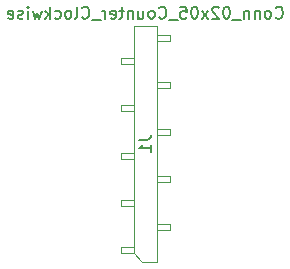
<source format=gbr>
G04 #@! TF.FileFunction,Other,Fab,Bot*
%FSLAX46Y46*%
G04 Gerber Fmt 4.6, Leading zero omitted, Abs format (unit mm)*
G04 Created by KiCad (PCBNEW 4.0.7-e2-6376~58~ubuntu14.04.1) date Fri Feb 16 13:10:18 2018*
%MOMM*%
%LPD*%
G01*
G04 APERTURE LIST*
%ADD10C,0.100000*%
%ADD11C,0.150000*%
G04 APERTURE END LIST*
D10*
X77825000Y-92500000D02*
X75825000Y-92500000D01*
X76575000Y-112500000D02*
X77825000Y-112500000D01*
X75825000Y-92500000D02*
X75825000Y-111750000D01*
X75825000Y-111750000D02*
X76575000Y-112500000D01*
X77825000Y-112500000D02*
X77825000Y-92500000D01*
X75825000Y-111750000D02*
X74725000Y-111750000D01*
X74725000Y-111750000D02*
X74725000Y-111250000D01*
X74725000Y-111250000D02*
X75825000Y-111250000D01*
X75825000Y-107750000D02*
X74725000Y-107750000D01*
X74725000Y-107750000D02*
X74725000Y-107250000D01*
X74725000Y-107250000D02*
X75825000Y-107250000D01*
X75825000Y-103750000D02*
X74725000Y-103750000D01*
X74725000Y-103750000D02*
X74725000Y-103250000D01*
X74725000Y-103250000D02*
X75825000Y-103250000D01*
X75825000Y-99750000D02*
X74725000Y-99750000D01*
X74725000Y-99750000D02*
X74725000Y-99250000D01*
X74725000Y-99250000D02*
X75825000Y-99250000D01*
X75825000Y-95750000D02*
X74725000Y-95750000D01*
X74725000Y-95750000D02*
X74725000Y-95250000D01*
X74725000Y-95250000D02*
X75825000Y-95250000D01*
X77825000Y-109750000D02*
X78925000Y-109750000D01*
X78925000Y-109750000D02*
X78925000Y-109250000D01*
X78925000Y-109250000D02*
X77825000Y-109250000D01*
X77825000Y-105750000D02*
X78925000Y-105750000D01*
X78925000Y-105750000D02*
X78925000Y-105250000D01*
X78925000Y-105250000D02*
X77825000Y-105250000D01*
X77825000Y-101750000D02*
X78925000Y-101750000D01*
X78925000Y-101750000D02*
X78925000Y-101250000D01*
X78925000Y-101250000D02*
X77825000Y-101250000D01*
X77825000Y-97750000D02*
X78925000Y-97750000D01*
X78925000Y-97750000D02*
X78925000Y-97250000D01*
X78925000Y-97250000D02*
X77825000Y-97250000D01*
X77825000Y-93750000D02*
X78925000Y-93750000D01*
X78925000Y-93750000D02*
X78925000Y-93250000D01*
X78925000Y-93250000D02*
X77825000Y-93250000D01*
D11*
X87848811Y-91797143D02*
X87896430Y-91844762D01*
X88039287Y-91892381D01*
X88134525Y-91892381D01*
X88277383Y-91844762D01*
X88372621Y-91749524D01*
X88420240Y-91654286D01*
X88467859Y-91463810D01*
X88467859Y-91320952D01*
X88420240Y-91130476D01*
X88372621Y-91035238D01*
X88277383Y-90940000D01*
X88134525Y-90892381D01*
X88039287Y-90892381D01*
X87896430Y-90940000D01*
X87848811Y-90987619D01*
X87277383Y-91892381D02*
X87372621Y-91844762D01*
X87420240Y-91797143D01*
X87467859Y-91701905D01*
X87467859Y-91416190D01*
X87420240Y-91320952D01*
X87372621Y-91273333D01*
X87277383Y-91225714D01*
X87134525Y-91225714D01*
X87039287Y-91273333D01*
X86991668Y-91320952D01*
X86944049Y-91416190D01*
X86944049Y-91701905D01*
X86991668Y-91797143D01*
X87039287Y-91844762D01*
X87134525Y-91892381D01*
X87277383Y-91892381D01*
X86515478Y-91225714D02*
X86515478Y-91892381D01*
X86515478Y-91320952D02*
X86467859Y-91273333D01*
X86372621Y-91225714D01*
X86229763Y-91225714D01*
X86134525Y-91273333D01*
X86086906Y-91368571D01*
X86086906Y-91892381D01*
X85610716Y-91225714D02*
X85610716Y-91892381D01*
X85610716Y-91320952D02*
X85563097Y-91273333D01*
X85467859Y-91225714D01*
X85325001Y-91225714D01*
X85229763Y-91273333D01*
X85182144Y-91368571D01*
X85182144Y-91892381D01*
X84944049Y-91987619D02*
X84182144Y-91987619D01*
X83753573Y-90892381D02*
X83658334Y-90892381D01*
X83563096Y-90940000D01*
X83515477Y-90987619D01*
X83467858Y-91082857D01*
X83420239Y-91273333D01*
X83420239Y-91511429D01*
X83467858Y-91701905D01*
X83515477Y-91797143D01*
X83563096Y-91844762D01*
X83658334Y-91892381D01*
X83753573Y-91892381D01*
X83848811Y-91844762D01*
X83896430Y-91797143D01*
X83944049Y-91701905D01*
X83991668Y-91511429D01*
X83991668Y-91273333D01*
X83944049Y-91082857D01*
X83896430Y-90987619D01*
X83848811Y-90940000D01*
X83753573Y-90892381D01*
X83039287Y-90987619D02*
X82991668Y-90940000D01*
X82896430Y-90892381D01*
X82658334Y-90892381D01*
X82563096Y-90940000D01*
X82515477Y-90987619D01*
X82467858Y-91082857D01*
X82467858Y-91178095D01*
X82515477Y-91320952D01*
X83086906Y-91892381D01*
X82467858Y-91892381D01*
X82134525Y-91892381D02*
X81610715Y-91225714D01*
X82134525Y-91225714D02*
X81610715Y-91892381D01*
X81039287Y-90892381D02*
X80944048Y-90892381D01*
X80848810Y-90940000D01*
X80801191Y-90987619D01*
X80753572Y-91082857D01*
X80705953Y-91273333D01*
X80705953Y-91511429D01*
X80753572Y-91701905D01*
X80801191Y-91797143D01*
X80848810Y-91844762D01*
X80944048Y-91892381D01*
X81039287Y-91892381D01*
X81134525Y-91844762D01*
X81182144Y-91797143D01*
X81229763Y-91701905D01*
X81277382Y-91511429D01*
X81277382Y-91273333D01*
X81229763Y-91082857D01*
X81182144Y-90987619D01*
X81134525Y-90940000D01*
X81039287Y-90892381D01*
X79801191Y-90892381D02*
X80277382Y-90892381D01*
X80325001Y-91368571D01*
X80277382Y-91320952D01*
X80182144Y-91273333D01*
X79944048Y-91273333D01*
X79848810Y-91320952D01*
X79801191Y-91368571D01*
X79753572Y-91463810D01*
X79753572Y-91701905D01*
X79801191Y-91797143D01*
X79848810Y-91844762D01*
X79944048Y-91892381D01*
X80182144Y-91892381D01*
X80277382Y-91844762D01*
X80325001Y-91797143D01*
X79563096Y-91987619D02*
X78801191Y-91987619D01*
X77991667Y-91797143D02*
X78039286Y-91844762D01*
X78182143Y-91892381D01*
X78277381Y-91892381D01*
X78420239Y-91844762D01*
X78515477Y-91749524D01*
X78563096Y-91654286D01*
X78610715Y-91463810D01*
X78610715Y-91320952D01*
X78563096Y-91130476D01*
X78515477Y-91035238D01*
X78420239Y-90940000D01*
X78277381Y-90892381D01*
X78182143Y-90892381D01*
X78039286Y-90940000D01*
X77991667Y-90987619D01*
X77420239Y-91892381D02*
X77515477Y-91844762D01*
X77563096Y-91797143D01*
X77610715Y-91701905D01*
X77610715Y-91416190D01*
X77563096Y-91320952D01*
X77515477Y-91273333D01*
X77420239Y-91225714D01*
X77277381Y-91225714D01*
X77182143Y-91273333D01*
X77134524Y-91320952D01*
X77086905Y-91416190D01*
X77086905Y-91701905D01*
X77134524Y-91797143D01*
X77182143Y-91844762D01*
X77277381Y-91892381D01*
X77420239Y-91892381D01*
X76229762Y-91225714D02*
X76229762Y-91892381D01*
X76658334Y-91225714D02*
X76658334Y-91749524D01*
X76610715Y-91844762D01*
X76515477Y-91892381D01*
X76372619Y-91892381D01*
X76277381Y-91844762D01*
X76229762Y-91797143D01*
X75753572Y-91225714D02*
X75753572Y-91892381D01*
X75753572Y-91320952D02*
X75705953Y-91273333D01*
X75610715Y-91225714D01*
X75467857Y-91225714D01*
X75372619Y-91273333D01*
X75325000Y-91368571D01*
X75325000Y-91892381D01*
X74991667Y-91225714D02*
X74610715Y-91225714D01*
X74848810Y-90892381D02*
X74848810Y-91749524D01*
X74801191Y-91844762D01*
X74705953Y-91892381D01*
X74610715Y-91892381D01*
X73896428Y-91844762D02*
X73991666Y-91892381D01*
X74182143Y-91892381D01*
X74277381Y-91844762D01*
X74325000Y-91749524D01*
X74325000Y-91368571D01*
X74277381Y-91273333D01*
X74182143Y-91225714D01*
X73991666Y-91225714D01*
X73896428Y-91273333D01*
X73848809Y-91368571D01*
X73848809Y-91463810D01*
X74325000Y-91559048D01*
X73420238Y-91892381D02*
X73420238Y-91225714D01*
X73420238Y-91416190D02*
X73372619Y-91320952D01*
X73325000Y-91273333D01*
X73229762Y-91225714D01*
X73134523Y-91225714D01*
X73039285Y-91987619D02*
X72277380Y-91987619D01*
X71467856Y-91797143D02*
X71515475Y-91844762D01*
X71658332Y-91892381D01*
X71753570Y-91892381D01*
X71896428Y-91844762D01*
X71991666Y-91749524D01*
X72039285Y-91654286D01*
X72086904Y-91463810D01*
X72086904Y-91320952D01*
X72039285Y-91130476D01*
X71991666Y-91035238D01*
X71896428Y-90940000D01*
X71753570Y-90892381D01*
X71658332Y-90892381D01*
X71515475Y-90940000D01*
X71467856Y-90987619D01*
X70896428Y-91892381D02*
X70991666Y-91844762D01*
X71039285Y-91749524D01*
X71039285Y-90892381D01*
X70372618Y-91892381D02*
X70467856Y-91844762D01*
X70515475Y-91797143D01*
X70563094Y-91701905D01*
X70563094Y-91416190D01*
X70515475Y-91320952D01*
X70467856Y-91273333D01*
X70372618Y-91225714D01*
X70229760Y-91225714D01*
X70134522Y-91273333D01*
X70086903Y-91320952D01*
X70039284Y-91416190D01*
X70039284Y-91701905D01*
X70086903Y-91797143D01*
X70134522Y-91844762D01*
X70229760Y-91892381D01*
X70372618Y-91892381D01*
X69182141Y-91844762D02*
X69277379Y-91892381D01*
X69467856Y-91892381D01*
X69563094Y-91844762D01*
X69610713Y-91797143D01*
X69658332Y-91701905D01*
X69658332Y-91416190D01*
X69610713Y-91320952D01*
X69563094Y-91273333D01*
X69467856Y-91225714D01*
X69277379Y-91225714D01*
X69182141Y-91273333D01*
X68753570Y-91892381D02*
X68753570Y-90892381D01*
X68658332Y-91511429D02*
X68372617Y-91892381D01*
X68372617Y-91225714D02*
X68753570Y-91606667D01*
X68039284Y-91225714D02*
X67848808Y-91892381D01*
X67658331Y-91416190D01*
X67467855Y-91892381D01*
X67277379Y-91225714D01*
X66896427Y-91892381D02*
X66896427Y-91225714D01*
X66896427Y-90892381D02*
X66944046Y-90940000D01*
X66896427Y-90987619D01*
X66848808Y-90940000D01*
X66896427Y-90892381D01*
X66896427Y-90987619D01*
X66467856Y-91844762D02*
X66372618Y-91892381D01*
X66182142Y-91892381D01*
X66086903Y-91844762D01*
X66039284Y-91749524D01*
X66039284Y-91701905D01*
X66086903Y-91606667D01*
X66182142Y-91559048D01*
X66324999Y-91559048D01*
X66420237Y-91511429D01*
X66467856Y-91416190D01*
X66467856Y-91368571D01*
X66420237Y-91273333D01*
X66324999Y-91225714D01*
X66182142Y-91225714D01*
X66086903Y-91273333D01*
X65229760Y-91844762D02*
X65324998Y-91892381D01*
X65515475Y-91892381D01*
X65610713Y-91844762D01*
X65658332Y-91749524D01*
X65658332Y-91368571D01*
X65610713Y-91273333D01*
X65515475Y-91225714D01*
X65324998Y-91225714D01*
X65229760Y-91273333D01*
X65182141Y-91368571D01*
X65182141Y-91463810D01*
X65658332Y-91559048D01*
X76277381Y-102166667D02*
X76991667Y-102166667D01*
X77134524Y-102119047D01*
X77229762Y-102023809D01*
X77277381Y-101880952D01*
X77277381Y-101785714D01*
X77277381Y-103166667D02*
X77277381Y-102595238D01*
X77277381Y-102880952D02*
X76277381Y-102880952D01*
X76420238Y-102785714D01*
X76515476Y-102690476D01*
X76563095Y-102595238D01*
M02*

</source>
